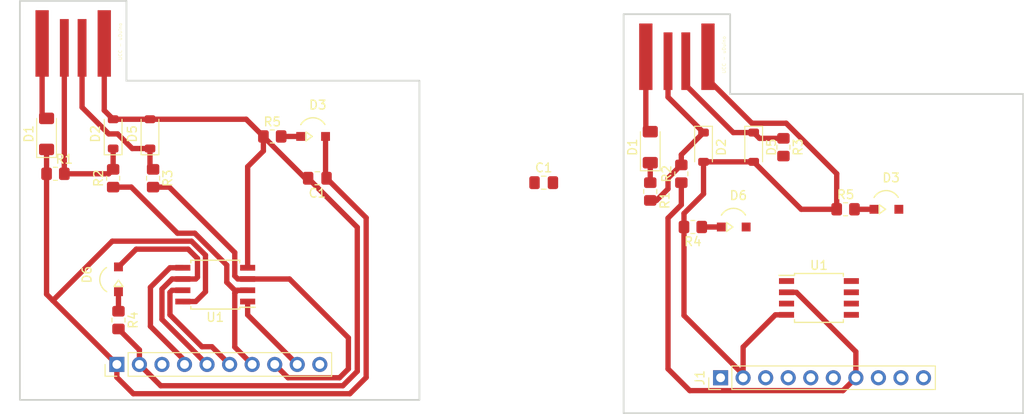
<source format=kicad_pcb>
(kicad_pcb (version 20241229) (generator "pcbnew") (generator_version "9.0")
  (layers (0 "F.Cu" signal) (2 "B.Cu" signal) (13 "F.Paste" user) (15 "B.Paste" user) (5 "F.SilkS" user "F.Silkscreen") (7 "B.SilkS" user "B.Silkscreen") (1 "F.Mask" user) (3 "B.Mask" user) (25 "Edge.Cuts" user))
  (net 0 "")
  (net 1 "+5V")
  (net 3 "GND")
  (net 4 "Net-(D1-A)")
  (net 5 "Net-(D2-K)")
  (net 7 "Net-(D3-K)")
  (net 8 "Net-(D5-K)")
  (net 9 "Net-(D6-K)")
  (net 10 "Net-(D6-A)")
  (net 11 "Net-(J1-Pin_4)")
  (net 12 "Net-(J1-Pin_7)")
  (net 13 "Net-(J1-Pin_6)")
  (net 14 "Net-(J1-Pin_9)")
  (net 15 "Net-(J1-Pin_8)")
  (footprint "Diode_SMD:D_MiniMELF" (layer "F.Cu") (at 131 73.5 90)
    (property "Reference" "D1" (at 0 -2 90) (layer "F.SilkS"))
    (property "Value" "PMLL4148L")
    (fp_line (start 1.75 -1.11) (end -2.66 -1.11) (stroke (width 0.12)) (layer "F.SilkS") (net 5242925))
    (fp_line (start -2.66 -1.11) (end -2.66 1.11) (stroke (width 0.12)) (layer "F.SilkS") (net 5242925))
    (fp_line (start -2.66 1.11) (end 1.75 1.11) (stroke (width 0.12)) (layer "F.SilkS") (net 5242925))
    (pad "1" smd roundrect (at -1.75 0 90) (size 1.3 1.7) (layers "F.Cu" "F.Mask" "F.Paste") (roundrect_rratio 0.1923076923) (net 1 "+5V"))
    (pad "2" smd roundrect (at 1.75 0 90) (size 1.3 1.7) (layers "F.Cu" "F.Mask" "F.Paste") (roundrect_rratio 0.1923076923) (net 4 "Net-(D1-A)"))
  )
  (footprint "ledSmd:ledSMD" (layer "F.Cu") (at 139.1 89.5 90)
    (property "Reference" "D6" (at 0.125 -3.55 90) (layer "F.SilkS"))
    (property "Value" "Led Greeen")
    (fp_line (start -1.15 -0.475) (end -0.5 0) (stroke (width 0.15)) (layer "F.SilkS") (net 5242925))
    (fp_line (start -0.5 0) (end -1.2 0.5) (stroke (width 0.15)) (layer "F.SilkS") (net 5242925))
    (fp_line (start -1.2 0.5) (end -1.2 -0.5) (stroke (width 0.15)) (layer "F.SilkS") (net 5242925))
    (fp_arc (start -1.786089 -1.331572) (mid -0.435753 -2.107089) (end 0.924999 -1.349999) (stroke (width 0.15)) (layer "F.SilkS") (net 5242925))
    (pad "1" smd rect (at -1.8 0 90) (size 1 1) (layers "F.Cu" "F.Mask" "F.Paste") (net 9 "Net-(D6-K)"))
    (pad "2" smd rect (at 1 0 90) (size 1 1) (layers "F.Cu" "F.Mask" "F.Paste") (net 10 "Net-(D6-A)"))
  )
  (footprint "Resistor_SMD:R_0805_2012Metric_Pad1.20x1.40mm_HandSolder" (layer "F.Cu") (at 221 82)
    (property "Reference" "R5" (at 0 -1.65 0) (layer "F.SilkS"))
    (property "Value" "330Ω 5%1/8W")
    (fp_line (start -0.227064 -0.735) (end 0.227064 -0.735) (stroke (width 0.12)) (layer "F.SilkS"))
    (fp_line (start -0.227064 0.735) (end 0.227064 0.735) (stroke (width 0.12)) (layer "F.SilkS"))
    (pad "1" smd roundrect (at -1 0) (size 1.2 1.4) (layers "F.Cu" "F.Mask" "F.Paste") (roundrect_rratio 0.208333) (net 3 "GND"))
    (pad "2" smd roundrect (at 1 0) (size 1.2 1.4) (layers "F.Cu" "F.Mask" "F.Paste") (roundrect_rratio 0.208333) (net 7 "Net-(D3-K)"))
  )
  (footprint "Package_SO:SOIC-8W_5.3x5.3mm_P1.27mm" (layer "F.Cu") (at 218 92)
    (property "Reference" "U1" (at 0 -3.68 0) (layer "F.SilkS"))
    (property "Value" "ATtiny85-20S")
    (fp_line (start -2.75 -2.755) (end -2.75 -2.55) (stroke (width 0.15)) (layer "F.SilkS"))
    (fp_line (start -2.75 -2.755) (end 2.75 -2.755) (stroke (width 0.15)) (layer "F.SilkS"))
    (fp_line (start -2.75 -2.55) (end -4.5 -2.55) (stroke (width 0.15)) (layer "F.SilkS"))
    (fp_line (start -2.75 2.755) (end -2.75 2.455) (stroke (width 0.15)) (layer "F.SilkS"))
    (fp_line (start -2.75 2.755) (end 2.75 2.755) (stroke (width 0.15)) (layer "F.SilkS"))
    (fp_line (start 2.75 -2.755) (end 2.75 -2.455) (stroke (width 0.15)) (layer "F.SilkS"))
    (fp_line (start 2.75 2.755) (end 2.75 2.455) (stroke (width 0.15)) (layer "F.SilkS"))
    (pad "1" smd rect (at -3.65 -1.905) (size 1.7 0.65) (layers "F.Cu" "F.Mask" "F.Paste") (net 14 "Net-(J1-Pin_9)"))
    (pad "2" smd rect (at -3.65 -0.635) (size 1.7 0.65) (layers "F.Cu" "F.Mask" "F.Paste") (net 12 "Net-(J1-Pin_7)"))
    (pad "3" smd rect (at -3.65 0.635) (size 1.7 0.65) (layers "F.Cu" "F.Mask" "F.Paste") (net 15 "Net-(J1-Pin_8)"))
    (pad "4" smd rect (at -3.65 1.905) (size 1.7 0.65) (layers "F.Cu" "F.Mask" "F.Paste") (net 3 "GND"))
    (pad "5" smd rect (at 3.65 1.905) (size 1.7 0.65) (layers "F.Cu" "F.Mask" "F.Paste") (net 11 "Net-(J1-Pin_4)"))
    (pad "6" smd rect (at 3.65 0.635) (size 1.7 0.65) (layers "F.Cu" "F.Mask" "F.Paste") (net 10 "Net-(D6-A)"))
    (pad "7" smd rect (at 3.65 -0.635) (size 1.7 0.65) (layers "F.Cu" "F.Mask" "F.Paste") (net 13 "Net-(J1-Pin_6)"))
    (pad "8" smd rect (at 3.65 -1.905) (size 1.7 0.65) (layers "F.Cu" "F.Mask" "F.Paste") (net 1 "+5V"))
  )
  (footprint "embeddedPcbUsb:USB_A_UCC" (layer "F.Cu") (at 134 63.5 -90)
    (property "Reference" "J2" (hide yes))
    (property "Value" "USB_A" (hide yes))
    (fp_text user "UCC - uDuino" (at -2.54 -5.08 90) (layer "F.SilkS") (effects (font (size 0.38608 0.38608) (thickness 0.032512)) (justify right top)))
    (pad "1" smd rect (at -0.2 3.5 270) (size 7.5 1.5) (layers "F.Cu" "F.Mask" "F.Paste") (net 4 "Net-(D1-A)"))
    (pad "2" smd rect (at 0.3 1 270) (size 6.5 1) (layers "F.Cu" "F.Mask" "F.Paste") (net 5 "Net-(D2-K)"))
    (pad "3" smd rect (at 0.3 -1 270) (size 6.5 1) (layers "F.Cu" "F.Mask" "F.Paste") (net 8 "Net-(D5-K)"))
    (pad "4" smd rect (at -0.2 -3.5 270) (size 7.5 1.5) (layers "F.Cu" "F.Mask" "F.Paste") (net 3 "GND"))
  )
  (footprint "ledSmd:ledSMD" (layer "F.Cu") (at 226 82)
    (property "Reference" "D3" (at 0.125 -3.55 0) (layer "F.SilkS"))
    (property "Value" "LED")
    (fp_line (start -1.2 0.5) (end -1.2 -0.5) (stroke (width 0.15)) (layer "F.SilkS"))
    (fp_line (start -1.15 -0.475) (end -0.5 0) (stroke (width 0.15)) (layer "F.SilkS"))
    (fp_line (start -0.5 0) (end -1.2 0.5) (stroke (width 0.15)) (layer "F.SilkS"))
    (fp_arc (start -1.786089 -1.331572) (mid -0.435753 -2.107089) (end 0.924999 -1.349999) (stroke (width 0.15)) (layer "F.SilkS"))
    (pad "1" smd rect (at -1.8 0) (size 1 1) (layers "F.Cu" "F.Mask" "F.Paste") (net 7 "Net-(D3-K)"))
    (pad "2" smd rect (at 1 0) (size 1 1) (layers "F.Cu" "F.Mask" "F.Paste") (net 1 "+5V"))
  )
  (footprint "Resistor_SMD:R_0805_2012Metric_Pad1.20x1.40mm_HandSolder" (layer "F.Cu") (at 143 78.5 -90)
    (property "Reference" "R3" (at 0 -1.65 90) (layer "F.SilkS"))
    (property "Value" "68 Ω 5% 1/8W")
    (fp_line (start -0.227064 0.735) (end 0.227064 0.735) (stroke (width 0.12)) (layer "F.SilkS") (net 5242925))
    (fp_line (start -0.227064 -0.735) (end 0.227064 -0.735) (stroke (width 0.12)) (layer "F.SilkS") (net 5242925))
    (pad "1" smd roundrect (at -1 0 270) (size 1.2 1.4) (layers "F.Cu" "F.Mask" "F.Paste") (roundrect_rratio 0.208333) (net 8 "Net-(D5-K)"))
    (pad "2" smd roundrect (at 1 0 270) (size 1.2 1.4) (layers "F.Cu" "F.Mask" "F.Paste") (roundrect_rratio 0.208333) (net 15 "Net-(J1-Pin_8)"))
  )
  (footprint "embeddedPcbUsb:USB_A_UCC" (layer "F.Cu") (at 202 65 -90)
    (property "Reference" "J2" (hide yes))
    (property "Value" "USB_A" (hide yes))
    (fp_text user "UCC - uDuino" (at -2.54 -5.08 90) (layer "F.SilkS") (effects (font (size 0.38608 0.38608) (thickness 0.032512)) (justify right top)))
    (pad "1" smd rect (at -0.2 3.5 270) (size 7.5 1.5) (layers "F.Cu" "F.Mask" "F.Paste") (net 4 "Net-(D1-A)"))
    (pad "2" smd rect (at 0.3 1 270) (size 6.5 1) (layers "F.Cu" "F.Mask" "F.Paste") (net 5 "Net-(D2-K)"))
    (pad "3" smd rect (at 0.3 -1 270) (size 6.5 1) (layers "F.Cu" "F.Mask" "F.Paste") (net 8 "Net-(D5-K)"))
    (pad "4" smd rect (at -0.2 -3.5 270) (size 7.5 1.5) (layers "F.Cu" "F.Mask" "F.Paste") (net 3 "GND"))
  )
  (footprint "Resistor_SMD:R_0805_2012Metric_Pad1.20x1.40mm_HandSolder" (layer "F.Cu") (at 202.5 78 90)
    (property "Reference" "R2" (at 0 -1.65 90) (layer "F.SilkS"))
    (property "Value" "68 Ω 5% 1/8W")
    (fp_line (start -0.227064 -0.735) (end 0.227064 -0.735) (stroke (width 0.12)) (layer "F.SilkS"))
    (fp_line (start -0.227064 0.735) (end 0.227064 0.735) (stroke (width 0.12)) (layer "F.SilkS"))
    (pad "1" smd roundrect (at -1 0 90) (size 1.2 1.4) (layers "F.Cu" "F.Mask" "F.Paste") (roundrect_rratio 0.208333) (net 12 "Net-(J1-Pin_7)"))
    (pad "2" smd roundrect (at 1 0 90) (size 1.2 1.4) (layers "F.Cu" "F.Mask" "F.Paste") (roundrect_rratio 0.208333) (net 5 "Net-(D2-K)"))
  )
  (footprint "Capacitor_SMD:C_0805_2012Metric_Pad1.18x1.45mm_HandSolder" (layer "F.Cu") (at 187 79)
    (property "Reference" "C1" (at 0 -1.68 0) (layer "F.SilkS"))
    (property "Value" "C")
    (fp_line (start -0.261252 -0.735) (end 0.261252 -0.735) (stroke (width 0.12)) (layer "F.SilkS"))
    (fp_line (start -0.261252 0.735) (end 0.261252 0.735) (stroke (width 0.12)) (layer "F.SilkS"))
    (pad "1" smd roundrect (at -1.0375 0) (size 1.175 1.45) (layers "F.Cu" "F.Mask" "F.Paste") (roundrect_rratio 0.212766) (net 1 "+5V"))
    (pad "2" smd roundrect (at 1.0375 0) (size 1.175 1.45) (layers "F.Cu" "F.Mask" "F.Paste") (roundrect_rratio 0.212766) (net 3 "GND"))
  )
  (footprint "Connector_PinHeader_2.54mm:PinHeader_1x10_P2.54mm_Vertical" (layer "F.Cu") (at 138.92 99.5 90)
    (property "Reference" "J1" (hide yes))
    (property "Value" "Header")
    (fp_line (start -1.33 -1.33) (end 0 -1.33) (stroke (width 0.12)) (layer "F.SilkS") (net 5242925))
    (fp_line (start -1.33 0) (end -1.33 -1.33) (stroke (width 0.12)) (layer "F.SilkS") (net 5242925))
    (fp_line (start 1.33 1.27) (end 1.33 24.19) (stroke (width 0.12)) (layer "F.SilkS") (net 5242925))
    (fp_line (start -1.33 1.27) (end 1.33 1.27) (stroke (width 0.12)) (layer "F.SilkS") (net 5242925))
    (fp_line (start -1.33 1.27) (end -1.33 24.19) (stroke (width 0.12)) (layer "F.SilkS") (net 5242925))
    (fp_line (start -1.33 24.19) (end 1.33 24.19) (stroke (width 0.12)) (layer "F.SilkS") (net 5242925))
    (pad "1" thru_hole rect (at 0 0 90) (size 1.7 1.7) (drill 1) (layers "*.Cu" "*.Mask") (net 1 "+5V"))
    (pad "2" thru_hole oval (at 0 2.54 90) (size 1.7 1.7) (drill 1) (layers "*.Cu" "*.Mask") (net 3 "GND"))
    (pad "3" thru_hole oval (at 0 5.08 90) (size 1.7 1.7) (drill 1) (layers "*.Cu" "*.Mask"))
    (pad "4" thru_hole oval (at 0 7.62 90) (size 1.7 1.7) (drill 1) (layers "*.Cu" "*.Mask") (net 11 "Net-(J1-Pin_4)"))
    (pad "5" thru_hole oval (at 0 10.16 90) (size 1.7 1.7) (drill 1) (layers "*.Cu" "*.Mask") (net 10 "Net-(D6-A)"))
    (pad "6" thru_hole oval (at 0 12.7 90) (size 1.7 1.7) (drill 1) (layers "*.Cu" "*.Mask") (net 13 "Net-(J1-Pin_6)"))
    (pad "7" thru_hole oval (at 0 15.24 90) (size 1.7 1.7) (drill 1) (layers "*.Cu" "*.Mask") (net 12 "Net-(J1-Pin_7)"))
    (pad "8" thru_hole oval (at 0 17.78 90) (size 1.7 1.7) (drill 1) (layers "*.Cu" "*.Mask") (net 15 "Net-(J1-Pin_8)"))
    (pad "9" thru_hole oval (at 0 20.32 90) (size 1.7 1.7) (drill 1) (layers "*.Cu" "*.Mask") (net 14 "Net-(J1-Pin_9)"))
    (pad "10" thru_hole oval (at 0 22.86 90) (size 1.7 1.7) (drill 1) (layers "*.Cu" "*.Mask"))
  )
  (footprint "Connector_PinHeader_2.54mm:PinHeader_1x10_P2.54mm_Vertical" (layer "F.Cu") (at 206.92 101 90)
    (property "Reference" "J1" (at 0 -2.33 90) (layer "F.SilkS"))
    (property "Value" "Header")
    (fp_line (start -1.33 -1.33) (end 0 -1.33) (stroke (width 0.12)) (layer "F.SilkS"))
    (fp_line (start -1.33 0) (end -1.33 -1.33) (stroke (width 0.12)) (layer "F.SilkS"))
    (fp_line (start 1.33 1.27) (end 1.33 24.19) (stroke (width 0.12)) (layer "F.SilkS"))
    (fp_line (start -1.33 1.27) (end 1.33 1.27) (stroke (width 0.12)) (layer "F.SilkS"))
    (fp_line (start -1.33 1.27) (end -1.33 24.19) (stroke (width 0.12)) (layer "F.SilkS"))
    (fp_line (start -1.33 24.19) (end 1.33 24.19) (stroke (width 0.12)) (layer "F.SilkS"))
    (pad "1" thru_hole rect (at 0 0 90) (size 1.7 1.7) (drill 1) (layers "*.Cu" "*.Mask") (net 1 "+5V"))
    (pad "2" thru_hole oval (at 0 2.54 90) (size 1.7 1.7) (drill 1) (layers "*.Cu" "*.Mask") (net 3 "GND"))
    (pad "3" thru_hole oval (at 0 5.08 90) (size 1.7 1.7) (drill 1) (layers "*.Cu" "*.Mask"))
    (pad "4" thru_hole oval (at 0 7.62 90) (size 1.7 1.7) (drill 1) (layers "*.Cu" "*.Mask") (net 11 "Net-(J1-Pin_4)"))
    (pad "5" thru_hole oval (at 0 10.16 90) (size 1.7 1.7) (drill 1) (layers "*.Cu" "*.Mask") (net 10 "Net-(D6-A)"))
    (pad "6" thru_hole oval (at 0 12.7 90) (size 1.7 1.7) (drill 1) (layers "*.Cu" "*.Mask") (net 13 "Net-(J1-Pin_6)"))
    (pad "7" thru_hole oval (at 0 15.24 90) (size 1.7 1.7) (drill 1) (layers "*.Cu" "*.Mask") (net 12 "Net-(J1-Pin_7)"))
    (pad "8" thru_hole oval (at 0 17.78 90) (size 1.7 1.7) (drill 1) (layers "*.Cu" "*.Mask") (net 15 "Net-(J1-Pin_8)"))
    (pad "9" thru_hole oval (at 0 20.32 90) (size 1.7 1.7) (drill 1) (layers "*.Cu" "*.Mask") (net 14 "Net-(J1-Pin_9)"))
    (pad "10" thru_hole oval (at 0 22.86 90) (size 1.7 1.7) (drill 1) (layers "*.Cu" "*.Mask"))
  )
  (footprint "Capacitor_SMD:C_0805_2012Metric_Pad1.18x1.45mm_HandSolder" (layer "F.Cu") (at 161.5 78.5 180)
    (property "Reference" "C1" (at 0 -1.68 0) (layer "F.SilkS"))
    (property "Value" "C")
    (fp_line (start -0.261252 0.735) (end 0.261252 0.735) (stroke (width 0.12)) (layer "F.SilkS") (net 5242925))
    (fp_line (start -0.261252 -0.735) (end 0.261252 -0.735) (stroke (width 0.12)) (layer "F.SilkS") (net 5242925))
    (pad "1" smd roundrect (at -1.0375 0 180) (size 1.175 1.45) (layers "F.Cu" "F.Mask" "F.Paste") (roundrect_rratio 0.212766) (net 1 "+5V"))
    (pad "2" smd roundrect (at 1.0375 0 180) (size 1.175 1.45) (layers "F.Cu" "F.Mask" "F.Paste") (roundrect_rratio 0.212766) (net 3 "GND"))
  )
  (footprint "Resistor_SMD:R_0805_2012Metric_Pad1.20x1.40mm_HandSolder" (layer "F.Cu") (at 214 75 -90)
    (property "Reference" "R3" (at 0 -1.65 90) (layer "F.SilkS"))
    (property "Value" "68 Ω 5% 1/8W")
    (fp_line (start -0.227064 0.735) (end 0.227064 0.735) (stroke (width 0.12)) (layer "F.SilkS"))
    (fp_line (start -0.227064 -0.735) (end 0.227064 -0.735) (stroke (width 0.12)) (layer "F.SilkS"))
    (pad "1" smd roundrect (at -1 0 270) (size 1.2 1.4) (layers "F.Cu" "F.Mask" "F.Paste") (roundrect_rratio 0.208333) (net 8 "Net-(D5-K)"))
    (pad "2" smd roundrect (at 1 0 270) (size 1.2 1.4) (layers "F.Cu" "F.Mask" "F.Paste") (roundrect_rratio 0.208333) (net 15 "Net-(J1-Pin_8)"))
  )
  (footprint "Resistor_SMD:R_0805_2012Metric_Pad1.20x1.40mm_HandSolder" (layer "F.Cu") (at 203.8 84 180)
    (property "Reference" "R4" (at 0 -1.65 0) (layer "F.SilkS"))
    (property "Value" "330Ω 5%1/8W")
    (fp_line (start -0.227064 0.735) (end 0.227064 0.735) (stroke (width 0.12)) (layer "F.SilkS"))
    (fp_line (start -0.227064 -0.735) (end 0.227064 -0.735) (stroke (width 0.12)) (layer "F.SilkS"))
    (pad "1" smd roundrect (at -1 0 180) (size 1.2 1.4) (layers "F.Cu" "F.Mask" "F.Paste") (roundrect_rratio 0.208333) (net 9 "Net-(D6-K)"))
    (pad "2" smd roundrect (at 1 0 180) (size 1.2 1.4) (layers "F.Cu" "F.Mask" "F.Paste") (roundrect_rratio 0.208333) (net 3 "GND"))
  )
  (footprint "Diode_SMD:D_MiniMELF" (layer "F.Cu") (at 199 75 90)
    (property "Reference" "D1" (at 0 -2 90) (layer "F.SilkS"))
    (property "Value" "PMLL4148L")
    (fp_line (start 1.75 -1.11) (end -2.66 -1.11) (stroke (width 0.12)) (layer "F.SilkS"))
    (fp_line (start -2.66 -1.11) (end -2.66 1.11) (stroke (width 0.12)) (layer "F.SilkS"))
    (fp_line (start -2.66 1.11) (end 1.75 1.11) (stroke (width 0.12)) (layer "F.SilkS"))
    (pad "1" smd roundrect (at -1.75 0 90) (size 1.3 1.7) (layers "F.Cu" "F.Mask" "F.Paste") (roundrect_rratio 0.1923076923) (net 1 "+5V"))
    (pad "2" smd roundrect (at 1.75 0 90) (size 1.3 1.7) (layers "F.Cu" "F.Mask" "F.Paste") (roundrect_rratio 0.1923076923) (net 4 "Net-(D1-A)"))
  )
  (footprint "ledSmd:ledSMD" (layer "F.Cu") (at 161.425 73.7875)
    (property "Reference" "D3" (at 0.125 -3.55 0) (layer "F.SilkS"))
    (property "Value" "LED")
    (fp_line (start -1.2 0.5) (end -1.2 -0.5) (stroke (width 0.15)) (layer "F.SilkS") (net 5242925))
    (fp_line (start -1.15 -0.475) (end -0.5 0) (stroke (width 0.15)) (layer "F.SilkS") (net 5242925))
    (fp_line (start -0.5 0) (end -1.2 0.5) (stroke (width 0.15)) (layer "F.SilkS") (net 5242925))
    (fp_arc (start -1.786089 -1.331572) (mid -0.435753 -2.107089) (end 0.924999 -1.349999) (stroke (width 0.15)) (layer "F.SilkS") (net 5242925))
    (pad "1" smd rect (at -1.8 0) (size 1 1) (layers "F.Cu" "F.Mask" "F.Paste") (net 7 "Net-(D3-K)"))
    (pad "2" smd rect (at 1 0) (size 1 1) (layers "F.Cu" "F.Mask" "F.Paste") (net 1 "+5V"))
  )
  (footprint "Diode_SMD:D_SOD-123" (layer "F.Cu") (at 205 75 -90)
    (property "Reference" "D2" (at 0 -2 90) (layer "F.SilkS"))
    (property "Value" "3.6V 1/2mW")
    (fp_line (start -2.36 1) (end 1.65 1) (stroke (width 0.12)) (layer "F.SilkS"))
    (fp_line (start -2.36 -1) (end -2.36 1) (stroke (width 0.12)) (layer "F.SilkS"))
    (fp_line (start -2.36 -1) (end 1.65 -1) (stroke (width 0.12)) (layer "F.SilkS"))
    (pad "1" smd roundrect (at -1.65 0 270) (size 0.9 1.2) (layers "F.Cu" "F.Mask" "F.Paste") (net 5 "Net-(D2-K)"))
    (pad "2" smd roundrect (at 1.65 0 270) (size 0.9 1.2) (layers "F.Cu" "F.Mask" "F.Paste") (net 3 "GND"))
  )
  (footprint "Resistor_SMD:R_0805_2012Metric_Pad1.20x1.40mm_HandSolder" (layer "F.Cu") (at 199 80 -90)
    (property "Reference" "R1" (at 1 -1.65 90) (layer "F.SilkS"))
    (property "Value" "1.5KΩ 5% 1/8W")
    (fp_line (start -0.227064 0.735) (end 0.227064 0.735) (stroke (width 0.12)) (layer "F.SilkS"))
    (fp_line (start -0.227064 -0.735) (end 0.227064 -0.735) (stroke (width 0.12)) (layer "F.SilkS"))
    (pad "1" smd roundrect (at -1 0 270) (size 1.2 1.4) (layers "F.Cu" "F.Mask" "F.Paste") (roundrect_rratio 0.208333) (net 1 "+5V"))
    (pad "2" smd roundrect (at 1 0 270) (size 1.2 1.4) (layers "F.Cu" "F.Mask" "F.Paste") (roundrect_rratio 0.208333) (net 5 "Net-(D2-K)"))
  )
  (footprint "Resistor_SMD:R_0805_2012Metric_Pad1.20x1.40mm_HandSolder" (layer "F.Cu") (at 156.425 73.7875)
    (property "Reference" "R5" (at 0 -1.65 0) (layer "F.SilkS"))
    (property "Value" "330Ω 5%1/8W")
    (fp_line (start -0.227064 -0.735) (end 0.227064 -0.735) (stroke (width 0.12)) (layer "F.SilkS") (net 5242925))
    (fp_line (start -0.227064 0.735) (end 0.227064 0.735) (stroke (width 0.12)) (layer "F.SilkS") (net 5242925))
    (pad "1" smd roundrect (at -1 0) (size 1.2 1.4) (layers "F.Cu" "F.Mask" "F.Paste") (roundrect_rratio 0.208333) (net 3 "GND"))
    (pad "2" smd roundrect (at 1 0) (size 1.2 1.4) (layers "F.Cu" "F.Mask" "F.Paste") (roundrect_rratio 0.208333) (net 7 "Net-(D3-K)"))
  )
  (footprint "Resistor_SMD:R_0805_2012Metric_Pad1.20x1.40mm_HandSolder" (layer "F.Cu") (at 139.1 94.5 -90)
    (property "Reference" "R4" (at 0 -1.65 90) (layer "F.SilkS"))
    (property "Value" "330Ω 5%1/8W")
    (fp_line (start -0.227064 0.735) (end 0.227064 0.735) (stroke (width 0.12)) (layer "F.SilkS") (net 5242925))
    (fp_line (start -0.227064 -0.735) (end 0.227064 -0.735) (stroke (width 0.12)) (layer "F.SilkS") (net 5242925))
    (pad "1" smd roundrect (at -1 0 270) (size 1.2 1.4) (layers "F.Cu" "F.Mask" "F.Paste") (roundrect_rratio 0.208333) (net 9 "Net-(D6-K)"))
    (pad "2" smd roundrect (at 1 0 270) (size 1.2 1.4) (layers "F.Cu" "F.Mask" "F.Paste") (roundrect_rratio 0.208333) (net 3 "GND"))
  )
  (footprint "Resistor_SMD:R_0805_2012Metric_Pad1.20x1.40mm_HandSolder" (layer "F.Cu") (at 132 78)
    (property "Reference" "R1" (at 1 -1.65 0) (layer "F.SilkS"))
    (property "Value" "1.5KΩ 5% 1/8W")
    (fp_line (start -0.227064 -0.735) (end 0.227064 -0.735) (stroke (width 0.12)) (layer "F.SilkS") (net 5242925))
    (fp_line (start -0.227064 0.735) (end 0.227064 0.735) (stroke (width 0.12)) (layer "F.SilkS") (net 5242925))
    (pad "1" smd roundrect (at -1 0) (size 1.2 1.4) (layers "F.Cu" "F.Mask" "F.Paste") (roundrect_rratio 0.208333) (net 1 "+5V"))
    (pad "2" smd roundrect (at 1 0) (size 1.2 1.4) (layers "F.Cu" "F.Mask" "F.Paste") (roundrect_rratio 0.208333) (net 5 "Net-(D2-K)"))
  )
  (footprint "Package_SO:SOIC-8W_5.3x5.3mm_P1.27mm" (layer "F.Cu") (at 150 90.5 180)
    (property "Reference" "U1" (at 0 -3.68 0) (layer "F.SilkS"))
    (property "Value" "ATtiny85-20S")
    (fp_line (start 2.75 2.755) (end 2.75 2.455) (stroke (width 0.15)) (layer "F.SilkS") (net 5242925))
    (fp_line (start 2.75 -2.755) (end 2.75 -2.455) (stroke (width 0.15)) (layer "F.SilkS") (net 5242925))
    (fp_line (start -2.75 2.755) (end 2.75 2.755) (stroke (width 0.15)) (layer "F.SilkS") (net 5242925))
    (fp_line (start -2.75 2.755) (end -2.75 2.455) (stroke (width 0.15)) (layer "F.SilkS") (net 5242925))
    (fp_line (start -2.75 -2.55) (end -4.5 -2.55) (stroke (width 0.15)) (layer "F.SilkS") (net 5242925))
    (fp_line (start -2.75 -2.755) (end 2.75 -2.755) (stroke (width 0.15)) (layer "F.SilkS") (net 5242925))
    (fp_line (start -2.75 -2.755) (end -2.75 -2.55) (stroke (width 0.15)) (layer "F.SilkS") (net 5242925))
    (pad "1" smd rect (at -3.65 -1.905 180) (size 1.7 0.65) (layers "F.Cu" "F.Mask" "F.Paste") (net 14 "Net-(J1-Pin_9)"))
    (pad "2" smd rect (at -3.65 -0.635 180) (size 1.7 0.65) (layers "F.Cu" "F.Mask" "F.Paste") (net 12 "Net-(J1-Pin_7)"))
    (pad "3" smd rect (at -3.65 0.635 180) (size 1.7 0.65) (layers "F.Cu" "F.Mask" "F.Paste") (net 15 "Net-(J1-Pin_8)"))
    (pad "4" smd rect (at -3.65 1.905 180) (size 1.7 0.65) (layers "F.Cu" "F.Mask" "F.Paste") (net 3 "GND"))
    (pad "5" smd rect (at 3.65 1.905 180) (size 1.7 0.65) (layers "F.Cu" "F.Mask" "F.Paste") (net 11 "Net-(J1-Pin_4)"))
    (pad "6" smd rect (at 3.65 0.635 180) (size 1.7 0.65) (layers "F.Cu" "F.Mask" "F.Paste") (net 10 "Net-(D6-A)"))
    (pad "7" smd rect (at 3.65 -0.635 180) (size 1.7 0.65) (layers "F.Cu" "F.Mask" "F.Paste") (net 13 "Net-(J1-Pin_6)"))
    (pad "8" smd rect (at 3.65 -1.905 180) (size 1.7 0.65) (layers "F.Cu" "F.Mask" "F.Paste") (net 1 "+5V"))
  )
  (footprint "Resistor_SMD:R_0805_2012Metric_Pad1.20x1.40mm_HandSolder" (layer "F.Cu") (at 138.5 78.5 90)
    (property "Reference" "R2" (at 0 -1.65 90) (layer "F.SilkS"))
    (property "Value" "68 Ω 5% 1/8W")
    (fp_line (start -0.227064 -0.735) (end 0.227064 -0.735) (stroke (width 0.12)) (layer "F.SilkS") (net 5242925))
    (fp_line (start -0.227064 0.735) (end 0.227064 0.735) (stroke (width 0.12)) (layer "F.SilkS") (net 5242925))
    (pad "1" smd roundrect (at -1 0 90) (size 1.2 1.4) (layers "F.Cu" "F.Mask" "F.Paste") (roundrect_rratio 0.208333) (net 12 "Net-(J1-Pin_7)"))
    (pad "2" smd roundrect (at 1 0 90) (size 1.2 1.4) (layers "F.Cu" "F.Mask" "F.Paste") (roundrect_rratio 0.208333) (net 5 "Net-(D2-K)"))
  )
  (footprint "ledSmd:ledSMD" (layer "F.Cu") (at 208.8 84)
    (property "Reference" "D6" (at 0.125 -3.55 0) (layer "F.SilkS"))
    (property "Value" "Led Greeen")
    (fp_line (start -1.2 0.5) (end -1.2 -0.5) (stroke (width 0.15)) (layer "F.SilkS"))
    (fp_line (start -1.15 -0.475) (end -0.5 0) (stroke (width 0.15)) (layer "F.SilkS"))
    (fp_line (start -0.5 0) (end -1.2 0.5) (stroke (width 0.15)) (layer "F.SilkS"))
    (fp_arc (start -1.786089 -1.331572) (mid -0.435753 -2.107089) (end 0.924999 -1.349999) (stroke (width 0.15)) (layer "F.SilkS"))
    (pad "1" smd rect (at -1.8 0) (size 1 1) (layers "F.Cu" "F.Mask" "F.Paste") (net 9 "Net-(D6-K)"))
    (pad "2" smd rect (at 1 0) (size 1 1) (layers "F.Cu" "F.Mask" "F.Paste") (net 10 "Net-(D6-A)"))
  )
  (footprint "Diode_SMD:D_SOD-123" (layer "F.Cu") (at 210.65 75 -90)
    (property "Reference" "D5" (at 0 -2 90) (layer "F.SilkS"))
    (property "Value" "3.6V 1/2mW")
    (fp_line (start -2.36 1) (end 1.65 1) (stroke (width 0.12)) (layer "F.SilkS"))
    (fp_line (start -2.36 -1) (end -2.36 1) (stroke (width 0.12)) (layer "F.SilkS"))
    (fp_line (start -2.36 -1) (end 1.65 -1) (stroke (width 0.12)) (layer "F.SilkS"))
    (pad "1" smd roundrect (at -1.65 0 270) (size 0.9 1.2) (layers "F.Cu" "F.Mask" "F.Paste") (net 8 "Net-(D5-K)"))
    (pad "2" smd roundrect (at 1.65 0 270) (size 0.9 1.2) (layers "F.Cu" "F.Mask" "F.Paste") (net 3 "GND"))
  )
  (footprint "Diode_SMD:D_SOD-123" (layer "F.Cu") (at 142.65 73.5 90)
    (property "Reference" "D5" (at 0 -2 90) (layer "F.SilkS"))
    (property "Value" "3.6V 1/2mW")
    (fp_line (start -2.36 -1) (end 1.65 -1) (stroke (width 0.12)) (layer "F.SilkS") (net 5242925))
    (fp_line (start -2.36 -1) (end -2.36 1) (stroke (width 0.12)) (layer "F.SilkS") (net 5242925))
    (fp_line (start -2.36 1) (end 1.65 1) (stroke (width 0.12)) (layer "F.SilkS") (net 5242925))
    (pad "1" smd roundrect (at -1.65 0 90) (size 0.9 1.2) (layers "F.Cu" "F.Mask" "F.Paste") (net 8 "Net-(D5-K)"))
    (pad "2" smd roundrect (at 1.65 0 90) (size 0.9 1.2) (layers "F.Cu" "F.Mask" "F.Paste") (net 3 "GND"))
  )
  (footprint "Diode_SMD:D_SOD-123" (layer "F.Cu") (at 138.5 73.5 90)
    (property "Reference" "D2" (at 0 -2 90) (layer "F.SilkS"))
    (property "Value" "3.6V 1/2mW")
    (fp_line (start -2.36 -1) (end 1.65 -1) (stroke (width 0.12)) (layer "F.SilkS") (net 5242925))
    (fp_line (start -2.36 -1) (end -2.36 1) (stroke (width 0.12)) (layer "F.SilkS") (net 5242925))
    (fp_line (start -2.36 1) (end 1.65 1) (stroke (width 0.12)) (layer "F.SilkS") (net 5242925))
    (pad "1" smd roundrect (at -1.65 0 90) (size 0.9 1.2) (layers "F.Cu" "F.Mask" "F.Paste") (net 5 "Net-(D2-K)"))
    (pad "2" smd roundrect (at 1.65 0 90) (size 0.9 1.2) (layers "F.Cu" "F.Mask" "F.Paste") (net 3 "GND"))
  )
  (gr_poly (pts (xy 208 69) (xy 208 60) (xy 196 60) (xy 196 105) (xy 241 105) (xy 241 69)) (stroke (width 0.2)) (fill no) (layer "Edge.Cuts"))
  (gr_poly (pts (xy 140 67.5) (xy 140 58.5) (xy 128 58.5) (xy 128 103.5) (xy 173 103.5) (xy 173 67.5)) (stroke (width 0.2)) (fill no) (layer "Edge.Cuts"))
  (segment (start 131.71 92.29) (end 138.92 99.5) (width 0.6) (layer "F.Cu") (net 1))
  (segment (start 140.77 102.8) (end 165.164666 102.8) (width 0.6) (layer "F.Cu") (net 1))
  (segment (start 138.92 100.95) (end 140.77 102.8) (width 0.6) (layer "F.Cu") (net 1))
  (segment (start 162.425 78.3875) (end 162.5375 78.5) (width 0.6) (layer "F.Cu") (net 1))
  (segment (start 165.164666 102.8) (end 167 100.964666) (width 0.6) (layer "F.Cu") (net 1))
  (segment (start 167 100.964666) (end 167 82.9625) (width 0.6) (layer "F.Cu") (net 1))
  (segment (start 148.9 87.172792) (end 148.9 91.305) (width 0.6) (layer "F.Cu") (net 1))
  (segment (start 131.71 92.29) (end 138.4 85.6) (width 0.6) (layer "F.Cu") (net 1))
  (segment (start 147.327208 85.6) (end 148.9 87.172792) (width 0.6) (layer "F.Cu") (net 1))
  (segment (start 131 75.25) (end 131 78) (width 0.6) (layer "F.Cu") (net 1))
  (segment (start 148.9 91.305) (end 147.8 92.405) (width 0.6) (layer "F.Cu") (net 1))
  (segment (start 162.425 73.7875) (end 162.425 78.3875) (width 0.6) (layer "F.Cu") (net 1))
  (segment (start 131 78) (end 131 91.58) (width 0.6) (layer "F.Cu") (net 1))
  (segment (start 147.8 92.405) (end 146.35 92.405) (width 0.6) (layer "F.Cu") (net 1))
  (segment (start 138.92 99.5) (end 138.92 100.95) (width 0.6) (layer "F.Cu") (net 1))
  (segment (start 138.4 85.6) (end 147.327208 85.6) (width 0.6) (layer "F.Cu") (net 1))
  (segment (start 199 76.75) (end 199 79) (width 0.6) (layer "F.Cu") (net 1))
  (segment (start 167 82.9625) (end 162.5375 78.5) (width 0.6) (layer "F.Cu") (net 1))
  (segment (start 131 91.58) (end 131.71 92.29) (width 0.6) (layer "F.Cu") (net 1))
  (segment (start 220 82) (end 216 82) (width 0.6) (layer "F.Cu") (net 3))
  (segment (start 160.4625 78.5) (end 160.127076 78.5) (width 0.6) (layer "F.Cu") (net 3))
  (segment (start 139.1 95.5) (end 141.46 97.86) (width 0.6) (layer "F.Cu") (net 3))
  (segment (start 213.095 93.905) (end 214.35 93.905) (width 0.6) (layer "F.Cu") (net 3))
  (segment (start 137.5 70.85) (end 138.5 71.85) (width 0.6) (layer "F.Cu") (net 3))
  (segment (start 205.5 67.349942) (end 210.449058 72.299) (width 0.6) (layer "F.Cu") (net 3))
  (segment (start 166 84.0375) (end 160.4625 78.5) (width 0.6) (layer "F.Cu") (net 3))
  (segment (start 202.8 84) (end 202.8 93.978) (width 0.6) (layer "F.Cu") (net 3))
  (segment (start 205.5 64.8) (end 205.5 67.349942) (width 0.6) (layer "F.Cu") (net 3))
  (segment (start 153.4875 71.85) (end 155.425 73.7875) (width 0.6) (layer "F.Cu") (net 3))
  (segment (start 210.449058 72.299) (end 214.309424 72.299) (width 0.6) (layer "F.Cu") (net 3))
  (segment (start 141.46 99.5) (end 143.86 101.9) (width 0.6) (layer "F.Cu") (net 3))
  (segment (start 138.5 71.85) (end 142.65 71.85) (width 0.6) (layer "F.Cu") (net 3))
  (segment (start 155.425 73.7875) (end 155.425 75.425) (width 0.6) (layer "F.Cu") (net 3))
  (segment (start 205 80.269964) (end 205 76.65) (width 0.6) (layer "F.Cu") (net 3))
  (segment (start 155.425 75.425) (end 153.65 77.2) (width 0.6) (layer "F.Cu") (net 3))
  (segment (start 143.86 101.9) (end 164.372792 101.9) (width 0.6) (layer "F.Cu") (net 3))
  (segment (start 142.65 71.85) (end 153.4875 71.85) (width 0.6) (layer "F.Cu") (net 3))
  (segment (start 166 100.272792) (end 166 84.0375) (width 0.6) (layer "F.Cu") (net 3))
  (segment (start 202.8 84) (end 202.8 82.469964) (width 0.6) (layer "F.Cu") (net 3))
  (segment (start 160.127076 78.5) (end 155.425 73.797924) (width 0.6) (layer "F.Cu") (net 3))
  (segment (start 209.46 97.54) (end 213.095 93.905) (width 0.6) (layer "F.Cu") (net 3))
  (segment (start 216 82) (end 210.65 76.65) (width 0.6) (layer "F.Cu") (net 3))
  (segment (start 209.46 101) (end 209.46 97.54) (width 0.6) (layer "F.Cu") (net 3))
  (segment (start 209.46 100.638) (end 209.46 101) (width 0.6) (layer "F.Cu") (net 3))
  (segment (start 141.46 97.86) (end 141.46 99.5) (width 0.6) (layer "F.Cu") (net 3))
  (segment (start 202.8 82.469964) (end 205 80.269964) (width 0.6) (layer "F.Cu") (net 3))
  (segment (start 202.8 93.978) (end 209.46 100.638) (width 0.6) (layer "F.Cu") (net 3))
  (segment (start 214.309424 72.299) (end 220 77.989576) (width 0.6) (layer "F.Cu") (net 3))
  (segment (start 220 77.989576) (end 220 82) (width 0.6) (layer "F.Cu") (net 3))
  (segment (start 164.372792 101.9) (end 166 100.272792) (width 0.6) (layer "F.Cu") (net 3))
  (segment (start 153.65 77.2) (end 153.65 88.595) (width 0.6) (layer "F.Cu") (net 3))
  (segment (start 137.5 63.3) (end 137.5 70.85) (width 0.6) (layer "F.Cu") (net 3))
  (segment (start 210.65 76.65) (end 205 76.65) (width 0.6) (layer "F.Cu") (net 3))
  (segment (start 155.425 73.797924) (end 155.425 73.7875) (width 0.6) (layer "F.Cu") (net 3))
  (segment (start 198.5 72.75) (end 199 73.25) (width 0.6) (layer "F.Cu") (net 4))
  (segment (start 130.5 71.25) (end 131 71.75) (width 0.6) (layer "F.Cu") (net 4))
  (segment (start 198.5 64.8) (end 198.5 72.75) (width 0.6) (layer "F.Cu") (net 4))
  (segment (start 130.5 63.3) (end 130.5 71.25) (width 0.6) (layer "F.Cu") (net 4))
  (segment (start 201 78.489576) (end 202.489576 77) (width 0.6) (layer "F.Cu") (net 5))
  (segment (start 133 78) (end 138 78) (width 0.6) (layer "F.Cu") (net 5))
  (segment (start 202.489576 77) (end 202.5 77) (width 0.6) (layer "F.Cu") (net 5))
  (segment (start 202.5 77) (end 202.5 75.85) (width 0.6) (layer "F.Cu") (net 5))
  (segment (start 202.5 75.85) (end 205 73.35) (width 0.6) (layer "F.Cu") (net 5))
  (segment (start 201 69.35) (end 201 65.3) (width 0.6) (layer "F.Cu") (net 5))
  (segment (start 138 78) (end 138.5 77.5) (width 0.6) (layer "F.Cu") (net 5))
  (segment (start 133 63.8) (end 133 78) (width 0.6) (layer "F.Cu") (net 5))
  (segment (start 199.7 81) (end 201 79.7) (width 0.6) (layer "F.Cu") (net 5))
  (segment (start 199 81) (end 199.7 81) (width 0.6) (layer "F.Cu") (net 5))
  (segment (start 205 73.35) (end 201 69.35) (width 0.6) (layer "F.Cu") (net 5))
  (segment (start 201 79.7) (end 201 78.489576) (width 0.6) (layer "F.Cu") (net 5))
  (segment (start 138.5 77.5) (end 138.5 75.15) (width 0.6) (layer "F.Cu") (net 5))
  (segment (start 157.425 73.7875) (end 159.625 73.7875) (width 0.6) (layer "F.Cu") (net 7))
  (segment (start 222 82) (end 224.2 82) (width 0.6) (layer "F.Cu") (net 7))
  (segment (start 135 63.8) (end 135 66.5) (width 0.6) (layer "F.Cu") (net 8))
  (segment (start 214 74) (end 211.3 74) (width 0.6) (layer "F.Cu") (net 8))
  (segment (start 140.65 75.15) (end 142.65 75.15) (width 0.6) (layer "F.Cu") (net 8))
  (segment (start 203 65.3) (end 203 68) (width 0.6) (layer "F.Cu") (net 8))
  (segment (start 135 70.5) (end 138 73.5) (width 0.6) (layer "F.Cu") (net 8))
  (segment (start 142.65 77.15) (end 143 77.5) (width 0.6) (layer "F.Cu") (net 8))
  (segment (start 142.65 75.15) (end 142.65 77.15) (width 0.6) (layer "F.Cu") (net 8))
  (segment (start 138 73.5) (end 139 73.5) (width 0.6) (layer "F.Cu") (net 8))
  (segment (start 135 63.8) (end 135 70.5) (width 0.6) (layer "F.Cu") (net 8))
  (segment (start 208.35 73.35) (end 210.65 73.35) (width 0.6) (layer "F.Cu") (net 8))
  (segment (start 211.3 74) (end 210.65 73.35) (width 0.6) (layer "F.Cu") (net 8))
  (segment (start 203 68) (end 208.35 73.35) (width 0.6) (layer "F.Cu") (net 8))
  (segment (start 139 73.5) (end 140.65 75.15) (width 0.6) (layer "F.Cu") (net 8))
  (segment (start 204.8 84) (end 207 84) (width 0.6) (layer "F.Cu") (net 9))
  (segment (start 139.1 91.3) (end 139.1 93.5) (width 0.6) (layer "F.Cu") (net 9))
  (segment (start 146.954416 86.5) (end 148 87.545584) (width 0.6) (layer "F.Cu") (net 10))
  (segment (start 141.1 86.5) (end 146.954416 86.5) (width 0.6) (layer "F.Cu") (net 10))
  (segment (start 145.132208 89.865) (end 146.35 89.865) (width 0.6) (layer "F.Cu") (net 10))
  (segment (start 147.8 89.865) (end 146.35 89.865) (width 0.6) (layer "F.Cu") (net 10))
  (segment (start 139.1 88.5) (end 141.1 86.5) (width 0.6) (layer "F.Cu") (net 10))
  (segment (start 149.08 99.5) (end 143.999 94.419) (width 0.6) (layer "F.Cu") (net 10))
  (segment (start 143.999 94.419) (end 143.999 90.998208) (width 0.6) (layer "F.Cu") (net 10))
  (segment (start 143.999 90.998208) (end 145.132208 89.865) (width 0.6) (layer "F.Cu") (net 10))
  (segment (start 148 89.665) (end 147.8 89.865) (width 0.6) (layer "F.Cu") (net 10))
  (segment (start 148 87.545584) (end 148 89.665) (width 0.6) (layer "F.Cu") (net 10))
  (segment (start 146.54 99.5) (end 146.54 99.04) (width 0.6) (layer "F.Cu") (net 11))
  (segment (start 146.54 99.04) (end 142.7 95.2) (width 0.6) (layer "F.Cu") (net 11))
  (segment (start 144.9 88.595) (end 146.35 88.595) (width 0.6) (layer "F.Cu") (net 11))
  (segment (start 142.7 95.2) (end 142.7 90.795) (width 0.6) (layer "F.Cu") (net 11))
  (segment (start 142.7 90.795) (end 144.9 88.595) (width 0.6) (layer "F.Cu") (net 11))
  (segment (start 222.16 101) (end 222.16 98.068) (width 0.6) (layer "F.Cu") (net 12))
  (segment (start 145.745584 84.7) (end 147.7 84.7) (width 0.6) (layer "F.Cu") (net 12))
  (segment (start 140.545584 79.5) (end 145.745584 84.7) (width 0.6) (layer "F.Cu") (net 12))
  (segment (start 201 100) (end 203.451 102.451) (width 0.6) (layer "F.Cu") (net 12))
  (segment (start 154.16 99.5) (end 152.199 97.539) (width 0.6) (layer "F.Cu") (net 12))
  (segment (start 147.7 84.7) (end 151.299 88.299) (width 0.6) (layer "F.Cu") (net 12))
  (segment (start 152.199 91.436) (end 152.5 91.135) (width 0.6) (layer "F.Cu") (net 12))
  (segment (start 151.299 90.234) (end 152.2 91.135) (width 0.6) (layer "F.Cu") (net 12))
  (segment (start 203.451 102.451) (end 220.709 102.451) (width 0.6) (layer "F.Cu") (net 12))
  (segment (start 152.2 91.135) (end 153.65 91.135) (width 0.6) (layer "F.Cu") (net 12))
  (segment (start 152.2 91.135) (end 153.65 91.135) (width 0.6) (layer "F.Cu") (net 12))
  (segment (start 152.199 91.136) (end 152.2 91.135) (width 0.6) (layer "F.Cu") (net 12))
  (segment (start 151.299 88.299) (end 151.299 90.234) (width 0.6) (layer "F.Cu") (net 12))
  (segment (start 201 82.997172) (end 201 100) (width 0.6) (layer "F.Cu") (net 12))
  (segment (start 138.5 79.5) (end 140.545584 79.5) (width 0.6) (layer "F.Cu") (net 12))
  (segment (start 222.16 98.068) (end 215.457 91.365) (width 0.6) (layer "F.Cu") (net 12))
  (segment (start 202.5 81.497172) (end 201 82.997172) (width 0.6) (layer "F.Cu") (net 12))
  (segment (start 220.709 102.451) (end 222.16 101) (width 0.6) (layer "F.Cu") (net 12))
  (segment (start 152.5 91.135) (end 153.65 91.135) (width 0.6) (layer "F.Cu") (net 12))
  (segment (start 202.5 79) (end 202.5 81.497172) (width 0.6) (layer "F.Cu") (net 12))
  (segment (start 215.457 91.365) (end 214.35 91.365) (width 0.6) (layer "F.Cu") (net 12))
  (segment (start 152.199 97.539) (end 152.199 91.436) (width 0.6) (layer "F.Cu") (net 12))
  (segment (start 144.9 91.371414) (end 144.9 93.9) (width 0.6) (layer "F.Cu") (net 13))
  (segment (start 148.5 97.5) (end 149.62 97.5) (width 0.6) (layer "F.Cu") (net 13))
  (segment (start 146.35 91.135) (end 145.136414 91.135) (width 0.6) (layer "F.Cu") (net 13))
  (segment (start 149.62 97.5) (end 151.62 99.5) (width 0.6) (layer "F.Cu") (net 13))
  (segment (start 144.9 93.9) (end 148.5 97.5) (width 0.6) (layer "F.Cu") (net 13))
  (segment (start 145.136414 91.135) (end 144.9 91.371414) (width 0.6) (layer "F.Cu") (net 13))
  (segment (start 159.24 99.5) (end 153.65 93.91) (width 0.6) (layer "F.Cu") (net 14))
  (segment (start 153.65 93.91) (end 153.65 92.405) (width 0.6) (layer "F.Cu") (net 14))
  (segment (start 152.543 89.865) (end 153.65 89.865) (width 0.6) (layer "F.Cu") (net 15))
  (segment (start 165 100) (end 165 96.5) (width 0.6) (layer "F.Cu") (net 15))
  (segment (start 143 79.5) (end 144.818376 79.5) (width 0.6) (layer "F.Cu") (net 15))
  (segment (start 164 101) (end 165 100) (width 0.6) (layer "F.Cu") (net 15))
  (segment (start 158.2 101) (end 164 101) (width 0.6) (layer "F.Cu") (net 15))
  (segment (start 165 96.5) (end 158.365 89.865) (width 0.6) (layer "F.Cu") (net 15))
  (segment (start 152.199 86.880624) (end 152.199 89.521) (width 0.6) (layer "F.Cu") (net 15))
  (segment (start 158.365 89.865) (end 153.65 89.865) (width 0.6) (layer "F.Cu") (net 15))
  (segment (start 152.199 89.521) (end 152.543 89.865) (width 0.6) (layer "F.Cu") (net 15))
  (segment (start 144.818376 79.5) (end 152.199 86.880624) (width 0.6) (layer "F.Cu") (net 15))
  (segment (start 156.7 99.5) (end 158.2 101) (width 0.6) (layer "F.Cu") (net 15))
)
</source>
